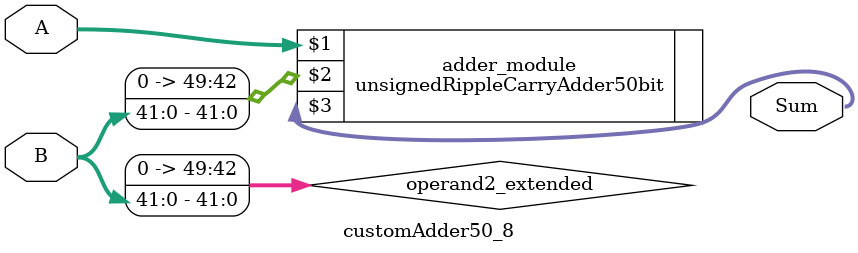
<source format=v>
module customAdder50_8(
                        input [49 : 0] A,
                        input [41 : 0] B,
                        
                        output [50 : 0] Sum
                );

        wire [49 : 0] operand2_extended;
        
        assign operand2_extended =  {8'b0, B};
        
        unsignedRippleCarryAdder50bit adder_module(
            A,
            operand2_extended,
            Sum
        );
        
        endmodule
        
</source>
